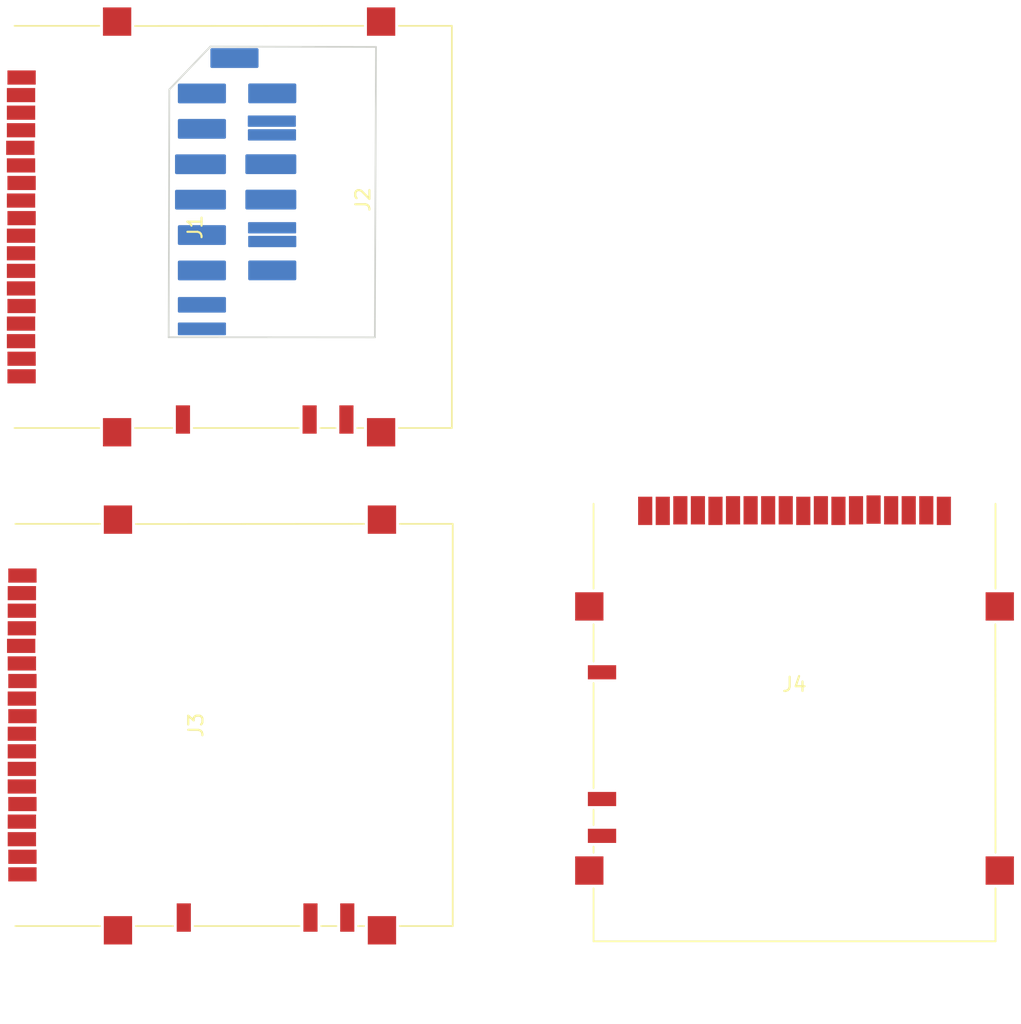
<source format=kicad_pcb>
(kicad_pcb (version 20241229) (generator "pcbnew") (generator_version "9.0")
  (layers (0 "F.Cu" signal) (2 "B.Cu" signal) (13 "F.Paste" user) (15 "B.Paste" user) (5 "F.SilkS" user "F.Silkscreen") (7 "B.SilkS" user "B.Silkscreen") (1 "F.Mask" user) (3 "B.Mask" user) (25 "Edge.Cuts" user))
  (net 0 "")
  (net 1 "Net-(J1-DAT2)")
  (net 2 "Net-(J1-CD{slash}DAT3)")
  (net 3 "Net-(J1-DAT0)")
  (net 4 "Net-(J1-VSS-Pad3)")
  (net 5 "Net-(J1-CMD)")
  (net 6 "Net-(J1-DAT1)")
  (net 7 "Net-(J1-VDD)")
  (net 8 "Net-(J1-CLK)")
  (net 9 "Net-(J3-DAT2)")
  (net 10 "Net-(J3-VSS-Pad3)")
  (net 11 "Net-(J3-DAT1)")
  (net 12 "Net-(J3-CLK)")
  (net 13 "Net-(J3-VDD)")
  (net 14 "Net-(J3-CD{slash}DAT3)")
  (net 15 "Net-(J3-DAT0)")
  (net 16 "Net-(J3-CMD)")
  (footprint "Leica-G9ii:SD_Card_Socket_UHS-II_HTK_AXA573062" (layer "F.Cu") (at 126.44 114.65)
    (property "Reference" "J4" (at -0.01 -2.69 0) (layer "F.SilkS"))
    (property "Value" "SD_Card_Device")
    (fp_line (start -14.2 -9.46) (end -14.2 -15.45) (stroke (width 0.12)) (layer "F.SilkS"))
    (fp_line (start -14.2 -4.31) (end -14.2 -6.94) (stroke (width 0.12)) (layer "F.SilkS"))
    (fp_line (start -14.2 4.63) (end -14.2 -2.79) (stroke (width 0.12)) (layer "F.SilkS"))
    (fp_line (start -14.2 7.24) (end -14.2 6.16) (stroke (width 0.12)) (layer "F.SilkS"))
    (fp_line (start -14.2 9.19) (end -14.2 8.76) (stroke (width 0.12)) (layer "F.SilkS"))
    (fp_line (start -14.2 15.45) (end -14.2 11.71) (stroke (width 0.12)) (layer "F.SilkS"))
    (fp_line (start 14.19 -6.94) (end 14.2 9.19) (stroke (width 0.12)) (layer "F.SilkS"))
    (fp_line (start 14.2 -15.45) (end 14.2 -9.46) (stroke (width 0.12)) (layer "F.SilkS"))
    (fp_line (start 14.2 11.71) (end 14.2 15.45) (stroke (width 0.12)) (layer "F.SilkS"))
    (fp_line (start 14.2 15.45) (end -14.2 15.45) (stroke (width 0.12)) (layer "F.SilkS"))
    (pad "1" smd rect (at 6.826471 -14.99) (size 1 2) (layers "F.Cu" "F.Mask" "F.Paste") (net 14 "Net-(J3-CD{slash}DAT3)"))
    (pad "2" smd rect (at 3.102941 -14.95) (size 1 2) (layers "F.Cu" "F.Mask" "F.Paste") (net 16 "Net-(J3-CMD)"))
    (pad "3" smd rect (at 1.861765 -14.99) (size 1 2) (layers "F.Cu" "F.Mask" "F.Paste") (net 10 "Net-(J3-VSS-Pad3)"))
    (pad "4" smd rect (at -0.620588 -14.99) (size 1 2) (layers "F.Cu" "F.Mask" "F.Paste") (net 13 "Net-(J3-VDD)"))
    (pad "5" smd rect (at -3.102941 -14.99) (size 1 2) (layers "F.Cu" "F.Mask" "F.Paste") (net 12 "Net-(J3-CLK)"))
    (pad "6" smd rect (at -6.826471 -14.99) (size 1 2) (layers "F.Cu" "F.Mask" "F.Paste") (net 10 "Net-(J3-VSS-Pad3)"))
    (pad "7" smd rect (at -9.308824 -14.95) (size 1 2) (layers "F.Cu" "F.Mask" "F.Paste") (net 15 "Net-(J3-DAT0)"))
    (pad "8" smd rect (at -10.55 -14.95) (size 1 2) (layers "F.Cu" "F.Mask" "F.Paste") (net 11 "Net-(J3-DAT1)"))
    (pad "9" smd rect (at 9.308824 -14.99) (size 1 2) (layers "F.Cu" "F.Mask" "F.Paste") (net 9 "Net-(J3-DAT2)"))
    (pad "11" smd rect (at 4.344118 -14.99) (size 1 2) (layers "F.Cu" "F.Mask" "F.Paste"))
    (pad "12" smd rect (at 5.585294 -15.04) (size 1 2) (layers "F.Cu" "F.Mask" "F.Paste"))
    (pad "13" smd rect (at 10.55 -14.95) (size 1 2) (layers "F.Cu" "F.Mask" "F.Paste"))
    (pad "14" smd rect (at 0.620588 -14.95) (size 1 2) (layers "F.Cu" "F.Mask" "F.Paste"))
    (pad "15" smd rect (at -5.585294 -14.95) (size 1 2) (layers "F.Cu" "F.Mask" "F.Paste"))
    (pad "16" smd rect (at -4.344118 -14.99) (size 1 2) (layers "F.Cu" "F.Mask" "F.Paste"))
    (pad "17" smd rect (at -1.861765 -14.99) (size 1 2) (layers "F.Cu" "F.Mask" "F.Paste"))
    (pad "CP" smd rect (at -13.6 -3.55) (size 2 1) (layers "F.Cu" "F.Mask" "F.Paste"))
    (pad "SH" smd rect (at -14.5 -8.2) (size 2 2) (layers "F.Cu" "F.Mask" "F.Paste"))
    (pad "SH" smd rect (at -14.5 10.45) (size 2 2) (layers "F.Cu" "F.Mask" "F.Paste"))
    (pad "SH" smd rect (at -8.067647 -14.99) (size 1 2) (layers "F.Cu" "F.Mask" "F.Paste"))
    (pad "SH" smd rect (at 8.067647 -14.99) (size 1 2) (layers "F.Cu" "F.Mask" "F.Paste"))
    (pad "SH" smd rect (at 14.5 -8.2) (size 2 2) (layers "F.Cu" "F.Mask" "F.Paste"))
    (pad "SH" smd rect (at 14.5 10.45) (size 2 2) (layers "F.Cu" "F.Mask" "F.Paste"))
    (pad "SW" smd rect (at -13.6 8) (size 2 1) (layers "F.Cu" "F.Mask" "F.Paste"))
    (pad "WP" smd rect (at -13.6 5.4) (size 2 1) (layers "F.Cu" "F.Mask" "F.Paste"))
  )
  (footprint "Leica-G9ii:SD_Card_Socket_UHS-II_HTK_AXA573062" (layer "F.Cu") (at 86.84 114.82 90)
    (property "Reference" "J3" (at -0.01 -2.69 90) (layer "F.SilkS"))
    (property "Value" "SD_Card_Device")
    (fp_line (start 14.2 -15.45) (end 14.2 -9.46) (stroke (width 0.12)) (layer "F.SilkS"))
    (fp_line (start -14.2 -9.46) (end -14.2 -15.45) (stroke (width 0.12)) (layer "F.SilkS"))
    (fp_line (start 14.19 -6.94) (end 14.2 9.19) (stroke (width 0.12)) (layer "F.SilkS"))
    (fp_line (start -14.2 -4.31) (end -14.2 -6.94) (stroke (width 0.12)) (layer "F.SilkS"))
    (fp_line (start -14.2 4.63) (end -14.2 -2.79) (stroke (width 0.12)) (layer "F.SilkS"))
    (fp_line (start -14.2 7.24) (end -14.2 6.16) (stroke (width 0.12)) (layer "F.SilkS"))
    (fp_line (start -14.2 9.19) (end -14.2 8.76) (stroke (width 0.12)) (layer "F.SilkS"))
    (fp_line (start 14.2 11.71) (end 14.2 15.45) (stroke (width 0.12)) (layer "F.SilkS"))
    (fp_line (start 14.2 15.45) (end -14.2 15.45) (stroke (width 0.12)) (layer "F.SilkS"))
    (fp_line (start -14.2 15.45) (end -14.2 11.71) (stroke (width 0.12)) (layer "F.SilkS"))
    (pad "1" smd rect (at 6.826471 -14.99 90) (size 1 2) (layers "F.Cu" "F.Mask" "F.Paste") (net 14 "Net-(J3-CD{slash}DAT3)"))
    (pad "2" smd rect (at 3.102941 -14.95 90) (size 1 2) (layers "F.Cu" "F.Mask" "F.Paste") (net 16 "Net-(J3-CMD)"))
    (pad "3" smd rect (at 1.861765 -14.99 90) (size 1 2) (layers "F.Cu" "F.Mask" "F.Paste") (net 10 "Net-(J3-VSS-Pad3)"))
    (pad "4" smd rect (at -0.620588 -14.99 90) (size 1 2) (layers "F.Cu" "F.Mask" "F.Paste") (net 13 "Net-(J3-VDD)"))
    (pad "5" smd rect (at -3.102941 -14.99 90) (size 1 2) (layers "F.Cu" "F.Mask" "F.Paste") (net 12 "Net-(J3-CLK)"))
    (pad "6" smd rect (at -6.826471 -14.99 90) (size 1 2) (layers "F.Cu" "F.Mask" "F.Paste") (net 10 "Net-(J3-VSS-Pad3)"))
    (pad "7" smd rect (at -9.308824 -14.95 90) (size 1 2) (layers "F.Cu" "F.Mask" "F.Paste") (net 15 "Net-(J3-DAT0)"))
    (pad "8" smd rect (at -10.55 -14.95 90) (size 1 2) (layers "F.Cu" "F.Mask" "F.Paste") (net 11 "Net-(J3-DAT1)"))
    (pad "9" smd rect (at 9.308824 -14.99 90) (size 1 2) (layers "F.Cu" "F.Mask" "F.Paste") (net 9 "Net-(J3-DAT2)"))
    (pad "11" smd rect (at 4.344118 -14.99 90) (size 1 2) (layers "F.Cu" "F.Mask" "F.Paste"))
    (pad "12" smd rect (at 5.585294 -15.04 90) (size 1 2) (layers "F.Cu" "F.Mask" "F.Paste"))
    (pad "13" smd rect (at 10.55 -14.95 90) (size 1 2) (layers "F.Cu" "F.Mask" "F.Paste"))
    (pad "14" smd rect (at 0.620588 -14.95 90) (size 1 2) (layers "F.Cu" "F.Mask" "F.Paste"))
    (pad "15" smd rect (at -5.585294 -14.95 90) (size 1 2) (layers "F.Cu" "F.Mask" "F.Paste"))
    (pad "16" smd rect (at -4.344118 -14.99 90) (size 1 2) (layers "F.Cu" "F.Mask" "F.Paste"))
    (pad "17" smd rect (at -1.861765 -14.99 90) (size 1 2) (layers "F.Cu" "F.Mask" "F.Paste"))
    (pad "CP" smd rect (at -13.6 -3.55 90) (size 2 1) (layers "F.Cu" "F.Mask" "F.Paste"))
    (pad "SH" smd rect (at -14.5 -8.2 90) (size 2 2) (layers "F.Cu" "F.Mask" "F.Paste"))
    (pad "SH" smd rect (at -14.5 10.45 90) (size 2 2) (layers "F.Cu" "F.Mask" "F.Paste"))
    (pad "SH" smd rect (at -8.067647 -14.99 90) (size 1 2) (layers "F.Cu" "F.Mask" "F.Paste"))
    (pad "SH" smd rect (at 8.067647 -14.99 90) (size 1 2) (layers "F.Cu" "F.Mask" "F.Paste"))
    (pad "SH" smd rect (at 14.5 -8.2 90) (size 2 2) (layers "F.Cu" "F.Mask" "F.Paste"))
    (pad "SH" smd rect (at 14.5 10.45 90) (size 2 2) (layers "F.Cu" "F.Mask" "F.Paste"))
    (pad "SW" smd rect (at -13.6 8 90) (size 2 1) (layers "F.Cu" "F.Mask" "F.Paste"))
    (pad "WP" smd rect (at -13.6 5.4 90) (size 2 1) (layers "F.Cu" "F.Mask" "F.Paste"))
  )
  (footprint "Leica-G9ii:SD_Card_Chip_UHS-II" (layer "F.Cu") (at 82.6 77.715 90)
    (property "Reference" "J2" (at 0 13.35 90) (layer "F.SilkS"))
    (property "Value" "SD_Card_Device")
    (fp_line (start -9.725 -0.38) (end 7.775 -0.33) (stroke (width 0.12)) (layer "Edge.Cuts"))
    (fp_line (start 7.775 -0.33) (end 10.805 2.57) (stroke (width 0.12)) (layer "Edge.Cuts"))
    (fp_line (start 10.805 2.57) (end 10.775 14.27) (stroke (width 0.12)) (layer "Edge.Cuts"))
    (fp_line (start -9.735 14.19) (end -9.725 -0.38) (stroke (width 0.12)) (layer "Edge.Cuts"))
    (fp_line (start -9.735 14.19) (end 10.775 14.27) (stroke (width 0.12)) (layer "Edge.Cuts"))
    (pad "1" connect roundrect (at 7.49 1.97 90) (size 1.4 3.4) (layers "B.Cu" "B.Mask") (roundrect_rratio 0.07142857143) (net 2 "Net-(J1-CD{slash}DAT3)") (clearance 0.05))
    (pad "2" connect roundrect (at 4.99 1.97 90) (size 1.4 3.4) (layers "B.Cu" "B.Mask") (roundrect_rratio 0.07142857143) (net 5 "Net-(J1-CMD)") (clearance 0.05))
    (pad "3" connect roundrect (at 2.49 1.87 90) (size 1.4 3.6) (layers "B.Cu" "B.Mask") (roundrect_rratio 0.07142857143) (net 4 "Net-(J1-VSS-Pad3)") (clearance 0.05))
    (pad "4" connect roundrect (at -0.01 1.87 90) (size 1.4 3.6) (layers "B.Cu" "B.Mask") (roundrect_rratio 0.07142857143) (net 7 "Net-(J1-VDD)") (clearance 0.05))
    (pad "5" connect roundrect (at -2.51 1.97 90) (size 1.4 3.4) (layers "B.Cu" "B.Mask") (roundrect_rratio 0.07142857143) (net 8 "Net-(J1-CLK)") (clearance 0.05))
    (pad "6" connect roundrect (at -5.01 1.97 90) (size 1.4 3.4) (layers "B.Cu" "B.Mask") (roundrect_rratio 0.07142857143) (net 4 "Net-(J1-VSS-Pad3)") (clearance 0.05))
    (pad "7" connect roundrect (at -7.435 1.97 90) (size 1.1 3.4) (layers "B.Cu" "B.Mask") (roundrect_rratio 0.07142857143) (net 3 "Net-(J1-DAT0)") (clearance 0.05))
    (pad "8" connect roundrect (at -9.135 1.97 90) (size 0.9 3.4) (layers "B.Cu" "B.Mask") (roundrect_rratio 0.07142857143) (net 6 "Net-(J1-DAT1)") (clearance 0.05))
    (pad "9" connect roundrect (at 9.99 4.27 90) (size 1.4 3.4) (layers "B.Cu" "B.Mask") (roundrect_rratio 0.07142857143) (net 1 "Net-(J1-DAT2)") (clearance 0.05))
    (pad "10" connect roundrect (at 7.495 6.94 90) (size 1.4 3.4) (layers "B.Cu" "B.Mask") (roundrect_rratio 0.07142857143) (clearance 0.05))
    (pad "11" connect roundrect (at 5.535 6.91 90) (size 0.8 3.4) (layers "B.Cu" "B.Mask") (roundrect_rratio 0.07142857143) (clearance 0.05))
    (pad "12" connect roundrect (at 4.565 6.92 90) (size 0.8 3.4) (layers "B.Cu" "B.Mask") (roundrect_rratio 0.07142857143) (clearance 0.05))
    (pad "13" connect roundrect (at 2.495 6.84 90) (size 1.4 3.6) (layers "B.Cu" "B.Mask") (roundrect_rratio 0.07142857143) (clearance 0.05))
    (pad "14" connect roundrect (at -0.005 6.84 90) (size 1.4 3.6) (layers "B.Cu" "B.Mask") (roundrect_rratio 0.07142857143) (clearance 0.05))
    (pad "15" connect roundrect (at -1.995 6.93 90) (size 0.8 3.4) (layers "B.Cu" "B.Mask") (roundrect_rratio 0.07142857143) (clearance 0.05))
    (pad "16" connect roundrect (at -2.965 6.94 90) (size 0.8 3.4) (layers "B.Cu" "B.Mask") (roundrect_rratio 0.07142857143) (clearance 0.05))
    (pad "17" connect roundrect (at -5.005 6.94 90) (size 1.4 3.4) (layers "B.Cu" "B.Mask") (roundrect_rratio 0.07142857143) (clearance 0.05))
  )
  (footprint "Leica-G9ii:SD_Card_Socket_UHS-II_HTK_AXA573062" (layer "F.Cu") (at 86.78 79.65 90)
    (property "Reference" "J1" (at -0.01 -2.69 90) (layer "F.SilkS"))
    (property "Value" "SD_Card_Device")
    (fp_line (start 14.2 -15.45) (end 14.2 -9.46) (stroke (width 0.12)) (layer "F.SilkS"))
    (fp_line (start -14.2 -9.46) (end -14.2 -15.45) (stroke (width 0.12)) (layer "F.SilkS"))
    (fp_line (start 14.19 -6.94) (end 14.2 9.19) (stroke (width 0.12)) (layer "F.SilkS"))
    (fp_line (start -14.2 -4.31) (end -14.2 -6.94) (stroke (width 0.12)) (layer "F.SilkS"))
    (fp_line (start -14.2 4.63) (end -14.2 -2.79) (stroke (width 0.12)) (layer "F.SilkS"))
    (fp_line (start -14.2 7.24) (end -14.2 6.16) (stroke (width 0.12)) (layer "F.SilkS"))
    (fp_line (start -14.2 9.19) (end -14.2 8.76) (stroke (width 0.12)) (layer "F.SilkS"))
    (fp_line (start 14.2 11.71) (end 14.2 15.45) (stroke (width 0.12)) (layer "F.SilkS"))
    (fp_line (start 14.2 15.45) (end -14.2 15.45) (stroke (width 0.12)) (layer "F.SilkS"))
    (fp_line (start -14.2 15.45) (end -14.2 11.71) (stroke (width 0.12)) (layer "F.SilkS"))
    (pad "1" smd rect (at 6.826471 -14.99 90) (size 1 2) (layers "F.Cu" "F.Mask" "F.Paste") (net 2 "Net-(J1-CD{slash}DAT3)"))
    (pad "2" smd rect (at 3.102941 -14.95 90) (size 1 2) (layers "F.Cu" "F.Mask" "F.Paste") (net 5 "Net-(J1-CMD)"))
    (pad "3" smd rect (at 1.861765 -14.99 90) (size 1 2) (layers "F.Cu" "F.Mask" "F.Paste") (net 4 "Net-(J1-VSS-Pad3)"))
    (pad "4" smd rect (at -0.620588 -14.99 90) (size 1 2) (layers "F.Cu" "F.Mask" "F.Paste") (net 7 "Net-(J1-VDD)"))
    (pad "5" smd rect (at -3.102941 -14.99 90) (size 1 2) (layers "F.Cu" "F.Mask" "F.Paste") (net 8 "Net-(J1-CLK)"))
    (pad "6" smd rect (at -6.826471 -14.99 90) (size 1 2) (layers "F.Cu" "F.Mask" "F.Paste") (net 4 "Net-(J1-VSS-Pad3)"))
    (pad "7" smd rect (at -9.308824 -14.95 90) (size 1 2) (layers "F.Cu" "F.Mask" "F.Paste") (net 3 "Net-(J1-DAT0)"))
    (pad "8" smd rect (at -10.55 -14.95 90) (size 1 2) (layers "F.Cu" "F.Mask" "F.Paste") (net 6 "Net-(J1-DAT1)"))
    (pad "9" smd rect (at 9.308824 -14.99 90) (size 1 2) (layers "F.Cu" "F.Mask" "F.Paste") (net 1 "Net-(J1-DAT2)"))
    (pad "11" smd rect (at 4.344118 -14.99 90) (size 1 2) (layers "F.Cu" "F.Mask" "F.Paste"))
    (pad "12" smd rect (at 5.585294 -15.04 90) (size 1 2) (layers "F.Cu" "F.Mask" "F.Paste"))
    (pad "13" smd rect (at 10.55 -14.95 90) (size 1 2) (layers "F.Cu" "F.Mask" "F.Paste"))
    (pad "14" smd rect (at 0.620588 -14.95 90) (size 1 2) (layers "F.Cu" "F.Mask" "F.Paste"))
    (pad "15" smd rect (at -5.585294 -14.95 90) (size 1 2) (layers "F.Cu" "F.Mask" "F.Paste"))
    (pad "16" smd rect (at -4.344118 -14.99 90) (size 1 2) (layers "F.Cu" "F.Mask" "F.Paste"))
    (pad "17" smd rect (at -1.861765 -14.99 90) (size 1 2) (layers "F.Cu" "F.Mask" "F.Paste"))
    (pad "CP" smd rect (at -13.6 -3.55 90) (size 2 1) (layers "F.Cu" "F.Mask" "F.Paste"))
    (pad "SH" smd rect (at -14.5 -8.2 90) (size 2 2) (layers "F.Cu" "F.Mask" "F.Paste"))
    (pad "SH" smd rect (at -14.5 10.45 90) (size 2 2) (layers "F.Cu" "F.Mask" "F.Paste"))
    (pad "SH" smd rect (at -8.067647 -14.99 90) (size 1 2) (layers "F.Cu" "F.Mask" "F.Paste"))
    (pad "SH" smd rect (at 8.067647 -14.99 90) (size 1 2) (layers "F.Cu" "F.Mask" "F.Paste"))
    (pad "SH" smd rect (at 14.5 -8.2 90) (size 2 2) (layers "F.Cu" "F.Mask" "F.Paste"))
    (pad "SH" smd rect (at 14.5 10.45 90) (size 2 2) (layers "F.Cu" "F.Mask" "F.Paste"))
    (pad "SW" smd rect (at -13.6 8 90) (size 2 1) (layers "F.Cu" "F.Mask" "F.Paste"))
    (pad "WP" smd rect (at -13.6 5.4 90) (size 2 1) (layers "F.Cu" "F.Mask" "F.Paste"))
  )
)
</source>
